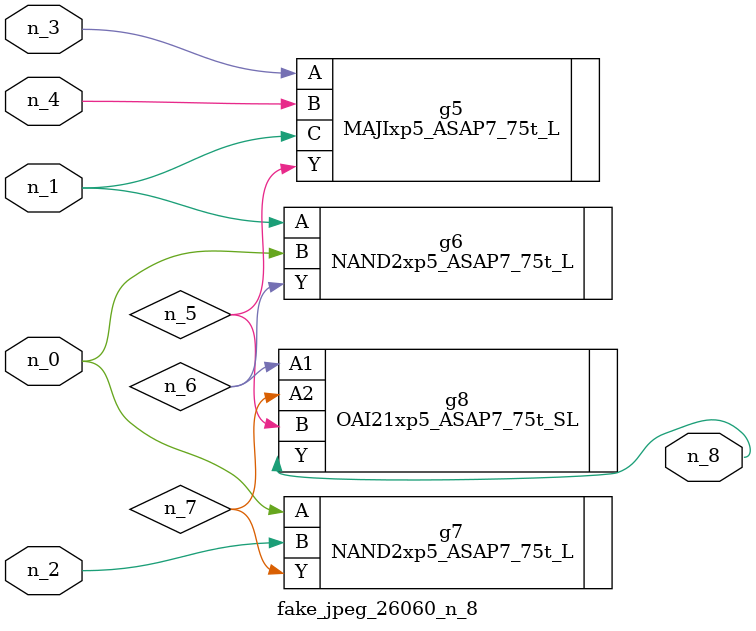
<source format=v>
module fake_jpeg_26060_n_8 (n_3, n_2, n_1, n_0, n_4, n_8);

input n_3;
input n_2;
input n_1;
input n_0;
input n_4;

output n_8;

wire n_6;
wire n_5;
wire n_7;

MAJIxp5_ASAP7_75t_L g5 ( 
.A(n_3),
.B(n_4),
.C(n_1),
.Y(n_5)
);

NAND2xp5_ASAP7_75t_L g6 ( 
.A(n_1),
.B(n_0),
.Y(n_6)
);

NAND2xp5_ASAP7_75t_L g7 ( 
.A(n_0),
.B(n_2),
.Y(n_7)
);

OAI21xp5_ASAP7_75t_SL g8 ( 
.A1(n_6),
.A2(n_7),
.B(n_5),
.Y(n_8)
);


endmodule
</source>
